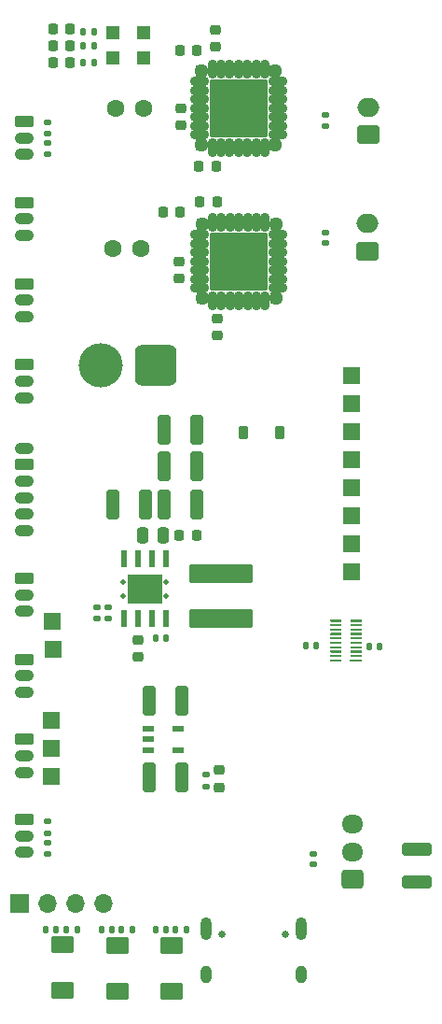
<source format=gts>
G04 #@! TF.GenerationSoftware,KiCad,Pcbnew,8.0.8*
G04 #@! TF.CreationDate,2025-02-25T21:21:12+02:00*
G04 #@! TF.ProjectId,minisumo_2025,6d696e69-7375-46d6-9f5f-323032352e6b,rev?*
G04 #@! TF.SameCoordinates,Original*
G04 #@! TF.FileFunction,Soldermask,Top*
G04 #@! TF.FilePolarity,Negative*
%FSLAX46Y46*%
G04 Gerber Fmt 4.6, Leading zero omitted, Abs format (unit mm)*
G04 Created by KiCad (PCBNEW 8.0.8) date 2025-02-25 21:21:12*
%MOMM*%
%LPD*%
G01*
G04 APERTURE LIST*
G04 Aperture macros list*
%AMRoundRect*
0 Rectangle with rounded corners*
0 $1 Rounding radius*
0 $2 $3 $4 $5 $6 $7 $8 $9 X,Y pos of 4 corners*
0 Add a 4 corners polygon primitive as box body*
4,1,4,$2,$3,$4,$5,$6,$7,$8,$9,$2,$3,0*
0 Add four circle primitives for the rounded corners*
1,1,$1+$1,$2,$3*
1,1,$1+$1,$4,$5*
1,1,$1+$1,$6,$7*
1,1,$1+$1,$8,$9*
0 Add four rect primitives between the rounded corners*
20,1,$1+$1,$2,$3,$4,$5,0*
20,1,$1+$1,$4,$5,$6,$7,0*
20,1,$1+$1,$6,$7,$8,$9,0*
20,1,$1+$1,$8,$9,$2,$3,0*%
G04 Aperture macros list end*
%ADD10C,0.000000*%
%ADD11RoundRect,0.140000X-0.140000X-0.170000X0.140000X-0.170000X0.140000X0.170000X-0.140000X0.170000X0*%
%ADD12RoundRect,0.135000X0.135000X0.185000X-0.135000X0.185000X-0.135000X-0.185000X0.135000X-0.185000X0*%
%ADD13RoundRect,0.250000X-0.325000X-1.100000X0.325000X-1.100000X0.325000X1.100000X-0.325000X1.100000X0*%
%ADD14RoundRect,0.135000X-0.185000X0.135000X-0.185000X-0.135000X0.185000X-0.135000X0.185000X0.135000X0*%
%ADD15R,1.500000X1.500000*%
%ADD16RoundRect,0.140000X0.140000X0.170000X-0.140000X0.170000X-0.140000X-0.170000X0.140000X-0.170000X0*%
%ADD17RoundRect,0.102000X0.900000X-0.675000X0.900000X0.675000X-0.900000X0.675000X-0.900000X-0.675000X0*%
%ADD18RoundRect,0.292560X-0.259440X-0.259440X0.259440X-0.259440X0.259440X0.259440X-0.259440X0.259440X0*%
%ADD19RoundRect,0.202460X-0.604540X-0.179540X0.604540X-0.179540X0.604540X0.179540X-0.604540X0.179540X0*%
%ADD20RoundRect,0.202460X-0.179540X-0.604540X0.179540X-0.604540X0.179540X0.604540X-0.179540X0.604540X0*%
%ADD21RoundRect,0.102000X-2.500000X-2.500000X2.500000X-2.500000X2.500000X2.500000X-2.500000X2.500000X0*%
%ADD22RoundRect,0.225000X-0.225000X-0.250000X0.225000X-0.250000X0.225000X0.250000X-0.225000X0.250000X0*%
%ADD23C,1.600000*%
%ADD24R,0.599999X1.549999*%
%ADD25C,0.499999*%
%ADD26RoundRect,0.225000X-0.250000X0.225000X-0.250000X-0.225000X0.250000X-0.225000X0.250000X0.225000X0*%
%ADD27RoundRect,0.760000X1.140000X1.140000X-1.140000X1.140000X-1.140000X-1.140000X1.140000X-1.140000X0*%
%ADD28C,4.000000*%
%ADD29RoundRect,0.250000X-1.100000X0.325000X-1.100000X-0.325000X1.100000X-0.325000X1.100000X0.325000X0*%
%ADD30RoundRect,0.250000X0.750000X-0.600000X0.750000X0.600000X-0.750000X0.600000X-0.750000X-0.600000X0*%
%ADD31O,2.000000X1.700000*%
%ADD32R,1.200000X1.200000*%
%ADD33RoundRect,0.140000X-0.170000X0.140000X-0.170000X-0.140000X0.170000X-0.140000X0.170000X0.140000X0*%
%ADD34RoundRect,0.225000X0.250000X-0.225000X0.250000X0.225000X-0.250000X0.225000X-0.250000X-0.225000X0*%
%ADD35R,1.000000X0.599999*%
%ADD36RoundRect,0.250000X0.325000X1.100000X-0.325000X1.100000X-0.325000X-1.100000X0.325000X-1.100000X0*%
%ADD37RoundRect,0.225000X0.225000X0.250000X-0.225000X0.250000X-0.225000X-0.250000X0.225000X-0.250000X0*%
%ADD38RoundRect,0.135000X0.185000X-0.135000X0.185000X0.135000X-0.185000X0.135000X-0.185000X-0.135000X0*%
%ADD39RoundRect,0.250000X-0.250000X-0.475000X0.250000X-0.475000X0.250000X0.475000X-0.250000X0.475000X0*%
%ADD40RoundRect,0.218750X-0.218750X-0.256250X0.218750X-0.256250X0.218750X0.256250X-0.218750X0.256250X0*%
%ADD41RoundRect,0.218750X-0.256250X0.218750X-0.256250X-0.218750X0.256250X-0.218750X0.256250X0.218750X0*%
%ADD42RoundRect,0.250000X0.725000X-0.600000X0.725000X0.600000X-0.725000X0.600000X-0.725000X-0.600000X0*%
%ADD43O,1.950000X1.700000*%
%ADD44R,1.099998X0.199898*%
%ADD45R,0.999998X0.199898*%
%ADD46R,1.700000X1.700000*%
%ADD47O,1.700000X1.700000*%
%ADD48RoundRect,0.140000X0.170000X-0.140000X0.170000X0.140000X-0.170000X0.140000X-0.170000X-0.140000X0*%
%ADD49RoundRect,0.225000X0.225000X0.375000X-0.225000X0.375000X-0.225000X-0.375000X0.225000X-0.375000X0*%
%ADD50RoundRect,0.102000X2.750000X-0.715000X2.750000X0.715000X-2.750000X0.715000X-2.750000X-0.715000X0*%
%ADD51RoundRect,0.250000X-0.615000X0.265000X-0.615000X-0.265000X0.615000X-0.265000X0.615000X0.265000X0*%
%ADD52O,1.730000X1.030000*%
%ADD53C,0.650000*%
%ADD54O,1.000000X1.600000*%
%ADD55O,1.000000X2.100000*%
G04 APERTURE END LIST*
D10*
G04 #@! TO.C,U1*
G36*
X125204999Y-102060000D02*
G01*
X122105001Y-102060000D01*
X122105001Y-99460000D01*
X125204999Y-99460000D01*
X125204999Y-102060000D01*
G37*
G04 #@! TO.C,U5*
G36*
X141529999Y-103749951D02*
G01*
X140530001Y-103749951D01*
X140530001Y-103550053D01*
X141529999Y-103550053D01*
X141529999Y-103749951D01*
G37*
G36*
X141529999Y-104149950D02*
G01*
X140530001Y-104149950D01*
X140530001Y-103950052D01*
X141529999Y-103950052D01*
X141529999Y-104149950D01*
G37*
G36*
X141529999Y-104549949D02*
G01*
X140530001Y-104549949D01*
X140530001Y-104350051D01*
X141529999Y-104350051D01*
X141529999Y-104549949D01*
G37*
G36*
X141529999Y-104949949D02*
G01*
X140530001Y-104949949D01*
X140530001Y-104750051D01*
X141529999Y-104750051D01*
X141529999Y-104949949D01*
G37*
G36*
X141529999Y-105349950D02*
G01*
X140530001Y-105349950D01*
X140530001Y-105150052D01*
X141529999Y-105150052D01*
X141529999Y-105349950D01*
G37*
G36*
X141529999Y-105749950D02*
G01*
X140530001Y-105749950D01*
X140530001Y-105550052D01*
X141529999Y-105550052D01*
X141529999Y-105749950D01*
G37*
G36*
X141529999Y-106149949D02*
G01*
X140530001Y-106149949D01*
X140530001Y-105950051D01*
X141529999Y-105950051D01*
X141529999Y-106149949D01*
G37*
G36*
X141529999Y-106549951D02*
G01*
X140530001Y-106549951D01*
X140530001Y-106350053D01*
X141529999Y-106350053D01*
X141529999Y-106549951D01*
G37*
G36*
X141529999Y-106949950D02*
G01*
X140530001Y-106949950D01*
X140530001Y-106750052D01*
X141529999Y-106750052D01*
X141529999Y-106949950D01*
G37*
G36*
X141529999Y-107349949D02*
G01*
X140530001Y-107349949D01*
X140530001Y-107150051D01*
X141529999Y-107150051D01*
X141529999Y-107349949D01*
G37*
G36*
X143330001Y-103749951D02*
G01*
X142330003Y-103749951D01*
X142330003Y-103550053D01*
X143330001Y-103550053D01*
X143330001Y-103749951D01*
G37*
G36*
X143330001Y-104149950D02*
G01*
X142330003Y-104149950D01*
X142330003Y-103950052D01*
X143330001Y-103950052D01*
X143330001Y-104149950D01*
G37*
G36*
X143330001Y-104549949D02*
G01*
X142330003Y-104549949D01*
X142330003Y-104350051D01*
X143330001Y-104350051D01*
X143330001Y-104549949D01*
G37*
G36*
X143330001Y-104949951D02*
G01*
X142330003Y-104949951D01*
X142330003Y-104750053D01*
X143330001Y-104750053D01*
X143330001Y-104949951D01*
G37*
G36*
X143330001Y-105349950D02*
G01*
X142330003Y-105349950D01*
X142330003Y-105150052D01*
X143330001Y-105150052D01*
X143330001Y-105349950D01*
G37*
G36*
X143330001Y-105749950D02*
G01*
X142330003Y-105749950D01*
X142330003Y-105550052D01*
X143330001Y-105550052D01*
X143330001Y-105749950D01*
G37*
G36*
X143330001Y-106149951D02*
G01*
X142330003Y-106149951D01*
X142330003Y-105950053D01*
X143330001Y-105950053D01*
X143330001Y-106149951D01*
G37*
G36*
X143330001Y-106549951D02*
G01*
X142330003Y-106549951D01*
X142330003Y-106350053D01*
X143330001Y-106350053D01*
X143330001Y-106549951D01*
G37*
G36*
X143330001Y-106949950D02*
G01*
X142330003Y-106949950D01*
X142330003Y-106750052D01*
X143330001Y-106750052D01*
X143330001Y-106949950D01*
G37*
G36*
X143330001Y-107349949D02*
G01*
X142330003Y-107349949D01*
X142330003Y-107150051D01*
X143330001Y-107150051D01*
X143330001Y-107349949D01*
G37*
G04 #@! TD*
D11*
G04 #@! TO.C,C7*
X124640000Y-131650000D03*
X125600000Y-131650000D03*
G04 #@! TD*
D12*
G04 #@! TO.C,R7*
X122570000Y-131650000D03*
X121550000Y-131650000D03*
G04 #@! TD*
D13*
G04 #@! TO.C,C14*
X124079999Y-117870001D03*
X127029999Y-117870001D03*
G04 #@! TD*
D14*
G04 #@! TO.C,R24*
X114830000Y-121860000D03*
X114830000Y-122880000D03*
G04 #@! TD*
D15*
G04 #@! TO.C,TP3*
X115250000Y-103700000D03*
G04 #@! TD*
D13*
G04 #@! TO.C,C10*
X125430000Y-86310000D03*
X128380000Y-86310000D03*
G04 #@! TD*
D12*
G04 #@! TO.C,R18*
X119087500Y-51550000D03*
X118067500Y-51550000D03*
G04 #@! TD*
D15*
G04 #@! TO.C,TP7*
X142400000Y-89050000D03*
G04 #@! TD*
G04 #@! TO.C,TP9*
X142400000Y-81400000D03*
G04 #@! TD*
D16*
G04 #@! TO.C,C33*
X139250000Y-105890000D03*
X138290000Y-105890000D03*
G04 #@! TD*
D17*
G04 #@! TO.C,SW1*
X126050000Y-137205000D03*
X126050000Y-133055000D03*
G04 #@! TD*
D15*
G04 #@! TO.C,TP4*
X115200000Y-117750000D03*
G04 #@! TD*
D14*
G04 #@! TO.C,R6*
X129200000Y-117627500D03*
X129200000Y-118647500D03*
G04 #@! TD*
D18*
G04 #@! TO.C,U6*
X128850000Y-67725000D03*
D19*
X128640000Y-68675000D03*
X128640000Y-69475000D03*
X128640000Y-70275000D03*
X128640000Y-71075000D03*
X128640000Y-71875000D03*
X128640000Y-72675000D03*
X128640000Y-73475000D03*
D18*
X128850000Y-74425000D03*
D20*
X129800000Y-74635000D03*
X130600000Y-74635000D03*
X131400000Y-74635000D03*
X132200000Y-74635000D03*
X133000000Y-74635000D03*
X133800000Y-74635000D03*
X134600000Y-74635000D03*
D18*
X135550000Y-74425000D03*
D19*
X135760000Y-73475000D03*
X135760000Y-72675000D03*
X135760000Y-71875000D03*
X135760000Y-71075000D03*
X135760000Y-70275000D03*
X135760000Y-69475000D03*
X135760000Y-68675000D03*
D18*
X135550000Y-67725000D03*
D20*
X134600000Y-67515000D03*
X133800000Y-67515000D03*
X133000000Y-67515000D03*
X132200000Y-67515000D03*
X131400000Y-67515000D03*
X130600000Y-67515000D03*
X129800000Y-67515000D03*
D21*
X132200000Y-71075000D03*
G04 #@! TD*
D15*
G04 #@! TO.C,TP1*
X115300000Y-106200000D03*
G04 #@! TD*
D16*
G04 #@! TO.C,C18*
X115600000Y-131600000D03*
X114640000Y-131600000D03*
G04 #@! TD*
D15*
G04 #@! TO.C,TP2*
X115200000Y-115250000D03*
G04 #@! TD*
D22*
G04 #@! TO.C,C19*
X125325000Y-66600000D03*
X126875000Y-66600000D03*
G04 #@! TD*
D12*
G04 #@! TO.C,R17*
X119097500Y-50300000D03*
X118077500Y-50300000D03*
G04 #@! TD*
D23*
G04 #@! TO.C,C22*
X123260000Y-69900000D03*
X120760000Y-69900000D03*
G04 #@! TD*
D13*
G04 #@! TO.C,C4*
X120730000Y-93110000D03*
X123680000Y-93110000D03*
G04 #@! TD*
D24*
G04 #@! TO.C,U1*
X125560000Y-98060000D03*
X124290000Y-98060000D03*
X123020000Y-98060000D03*
X121750000Y-98060000D03*
X121750000Y-103460000D03*
X123020000Y-103460000D03*
X124290000Y-103460000D03*
X125560000Y-103460000D03*
D25*
X125605001Y-100109999D03*
X124305001Y-100109999D03*
X123004999Y-100109999D03*
X121704999Y-100109999D03*
X125605001Y-101410001D03*
X124305001Y-101410001D03*
X123004999Y-101410001D03*
X121704999Y-101410001D03*
G04 #@! TD*
D12*
G04 #@! TO.C,R25*
X119097500Y-53050000D03*
X118077500Y-53050000D03*
G04 #@! TD*
D26*
G04 #@! TO.C,C21*
X126775000Y-71100000D03*
X126775000Y-72650000D03*
G04 #@! TD*
D22*
G04 #@! TO.C,C11*
X126805000Y-95935000D03*
X128355000Y-95935000D03*
G04 #@! TD*
D11*
G04 #@! TO.C,C29*
X144980000Y-106000000D03*
X144020000Y-106000000D03*
G04 #@! TD*
D15*
G04 #@! TO.C,TP11*
X142450000Y-99250000D03*
G04 #@! TD*
D17*
G04 #@! TO.C,SW5*
X121150000Y-137200000D03*
X121150000Y-133050000D03*
G04 #@! TD*
D15*
G04 #@! TO.C,TP12*
X142450000Y-91600000D03*
G04 #@! TD*
G04 #@! TO.C,TP8*
X142400000Y-83950000D03*
G04 #@! TD*
G04 #@! TO.C,TP6*
X142400000Y-86500000D03*
G04 #@! TD*
D27*
G04 #@! TO.C,J6*
X124640000Y-80530000D03*
D28*
X119640000Y-80530000D03*
G04 #@! TD*
D29*
G04 #@! TO.C,C17*
X148370000Y-124380000D03*
X148370000Y-127330000D03*
G04 #@! TD*
D15*
G04 #@! TO.C,TP10*
X142450000Y-96700000D03*
G04 #@! TD*
D30*
G04 #@! TO.C,J4*
X143835000Y-70175000D03*
D31*
X143835000Y-67675000D03*
G04 #@! TD*
D32*
G04 #@! TO.C,D4*
X123550000Y-50400000D03*
X120750000Y-50400000D03*
G04 #@! TD*
D33*
G04 #@! TO.C,C16*
X138970000Y-124780000D03*
X138970000Y-125740000D03*
G04 #@! TD*
D15*
G04 #@! TO.C,*
X115200000Y-112700000D03*
G04 #@! TD*
D18*
G04 #@! TO.C,U7*
X128825000Y-53855000D03*
D19*
X128615000Y-54805000D03*
X128615000Y-55605000D03*
X128615000Y-56405000D03*
X128615000Y-57205000D03*
X128615000Y-58005000D03*
X128615000Y-58805000D03*
X128615000Y-59605000D03*
D18*
X128825000Y-60555000D03*
D20*
X129775000Y-60765000D03*
X130575000Y-60765000D03*
X131375000Y-60765000D03*
X132175000Y-60765000D03*
X132975000Y-60765000D03*
X133775000Y-60765000D03*
X134575000Y-60765000D03*
D18*
X135525000Y-60555000D03*
D19*
X135735000Y-59605000D03*
X135735000Y-58805000D03*
X135735000Y-58005000D03*
X135735000Y-57205000D03*
X135735000Y-56405000D03*
X135735000Y-55605000D03*
X135735000Y-54805000D03*
D18*
X135525000Y-53855000D03*
D20*
X134575000Y-53645000D03*
X133775000Y-53645000D03*
X132975000Y-53645000D03*
X132175000Y-53645000D03*
X131375000Y-53645000D03*
X130575000Y-53645000D03*
X129775000Y-53645000D03*
D21*
X132175000Y-57205000D03*
G04 #@! TD*
D14*
G04 #@! TO.C,R5*
X120355000Y-102435000D03*
X120355000Y-103455000D03*
G04 #@! TD*
D26*
G04 #@! TO.C,C21*
X130215000Y-76285000D03*
X130215000Y-77835000D03*
G04 #@! TD*
D34*
G04 #@! TO.C,C21*
X130060000Y-51650000D03*
X130060000Y-50100000D03*
G04 #@! TD*
D35*
G04 #@! TO.C,U4*
X123954998Y-113450000D03*
X123954998Y-114400001D03*
X123954998Y-115349999D03*
X126704998Y-115349999D03*
X126704998Y-113450000D03*
G04 #@! TD*
D36*
G04 #@! TO.C,C15*
X126999999Y-110920001D03*
X124049999Y-110920001D03*
G04 #@! TD*
D22*
G04 #@! TO.C,C20*
X126850000Y-52000000D03*
X128400000Y-52000000D03*
G04 #@! TD*
D37*
G04 #@! TO.C,C23*
X130200000Y-65700000D03*
X128650000Y-65700000D03*
G04 #@! TD*
D14*
G04 #@! TO.C,R21*
X114800000Y-60380000D03*
X114800000Y-61400000D03*
G04 #@! TD*
D38*
G04 #@! TO.C,R4*
X119280000Y-103455000D03*
X119280000Y-102435000D03*
G04 #@! TD*
D39*
G04 #@! TO.C,C5*
X123455000Y-95935000D03*
X125355000Y-95935000D03*
G04 #@! TD*
D15*
G04 #@! TO.C,TP13*
X142450000Y-94150000D03*
G04 #@! TD*
D12*
G04 #@! TO.C,R1*
X127480000Y-131650000D03*
X126460000Y-131650000D03*
G04 #@! TD*
D40*
G04 #@! TO.C,D7*
X115312500Y-50050000D03*
X116887500Y-50050000D03*
G04 #@! TD*
D13*
G04 #@! TO.C,C8*
X125430000Y-89685000D03*
X128380000Y-89685000D03*
G04 #@! TD*
D41*
G04 #@! TO.C,D2*
X130450000Y-117175000D03*
X130450000Y-118750000D03*
G04 #@! TD*
D16*
G04 #@! TO.C,C3*
X125585001Y-105210001D03*
X124625001Y-105210001D03*
G04 #@! TD*
D23*
G04 #@! TO.C,C24*
X123520000Y-57215000D03*
X121020000Y-57215000D03*
G04 #@! TD*
D26*
G04 #@! TO.C,C21*
X126900000Y-57200000D03*
X126900000Y-58750000D03*
G04 #@! TD*
D17*
G04 #@! TO.C,SW2*
X116150000Y-137175000D03*
X116150000Y-133025000D03*
G04 #@! TD*
D32*
G04 #@! TO.C,D6*
X123550000Y-52650000D03*
X120750000Y-52650000D03*
G04 #@! TD*
D42*
G04 #@! TO.C,J2*
X142555000Y-127090000D03*
D43*
X142555000Y-124590000D03*
X142555000Y-122090000D03*
G04 #@! TD*
D14*
G04 #@! TO.C,R23*
X114830000Y-123760000D03*
X114830000Y-124780000D03*
G04 #@! TD*
D44*
G04 #@! TO.C,U5*
X142780002Y-107250000D03*
D45*
X142830002Y-106850001D03*
X142830002Y-106450002D03*
X142830002Y-106050002D03*
X142830002Y-105650001D03*
X142830002Y-105250001D03*
X142830002Y-104850002D03*
X142830002Y-104450000D03*
X142830002Y-104050001D03*
X142830002Y-103650002D03*
X141030000Y-103650002D03*
X141030000Y-104050001D03*
X141030000Y-104450000D03*
X141030000Y-104850000D03*
X141030000Y-105250001D03*
X141030000Y-105650001D03*
X141030000Y-106050000D03*
X141030000Y-106450002D03*
X141030000Y-106850001D03*
X141030000Y-107250000D03*
G04 #@! TD*
D15*
G04 #@! TO.C,TP5*
X115200000Y-112700000D03*
G04 #@! TD*
D37*
G04 #@! TO.C,C21*
X130120000Y-62470000D03*
X128570000Y-62470000D03*
G04 #@! TD*
D26*
G04 #@! TO.C,C13*
X123005001Y-105410001D03*
X123005001Y-106960001D03*
G04 #@! TD*
D13*
G04 #@! TO.C,C9*
X125442812Y-93129793D03*
X128392812Y-93129793D03*
G04 #@! TD*
D11*
G04 #@! TO.C,C12*
X119740000Y-131650000D03*
X120700000Y-131650000D03*
G04 #@! TD*
D40*
G04 #@! TO.C,D9*
X115300000Y-53050000D03*
X116875000Y-53050000D03*
G04 #@! TD*
D46*
G04 #@! TO.C,J3*
X112320000Y-129300000D03*
D47*
X114860000Y-129300000D03*
X117400000Y-129300000D03*
X119940000Y-129300000D03*
G04 #@! TD*
D48*
G04 #@! TO.C,C26*
X140055000Y-58790000D03*
X140055000Y-57830000D03*
G04 #@! TD*
D40*
G04 #@! TO.C,D8*
X115312500Y-51550000D03*
X116887500Y-51550000D03*
G04 #@! TD*
D48*
G04 #@! TO.C,C25*
X140060000Y-69405000D03*
X140060000Y-68445000D03*
G04 #@! TD*
D49*
G04 #@! TO.C,D1*
X135887500Y-86560000D03*
X132587500Y-86560000D03*
G04 #@! TD*
D12*
G04 #@! TO.C,R8*
X117520000Y-131600000D03*
X116500000Y-131600000D03*
G04 #@! TD*
D50*
G04 #@! TO.C,L1*
X130555000Y-103460000D03*
X130555000Y-99420000D03*
G04 #@! TD*
D14*
G04 #@! TO.C,R22*
X114800000Y-58480000D03*
X114800000Y-59500000D03*
G04 #@! TD*
D30*
G04 #@! TO.C,J5*
X143930000Y-59630000D03*
D31*
X143930000Y-57130000D03*
G04 #@! TD*
D51*
G04 #@! TO.C,J10*
X112750000Y-65750000D03*
D52*
X112750000Y-67250000D03*
X112750000Y-68750000D03*
G04 #@! TD*
G04 #@! TO.C,J8*
X112700000Y-88000000D03*
D51*
X112700000Y-89500000D03*
D52*
X112700000Y-91000000D03*
X112700000Y-92500000D03*
X112700000Y-94000000D03*
X112700000Y-95500000D03*
G04 #@! TD*
D53*
G04 #@! TO.C,J1*
X136440000Y-132055000D03*
X130660000Y-132055000D03*
D54*
X137870000Y-135735000D03*
D55*
X137870000Y-131555000D03*
D54*
X129230000Y-135735000D03*
D55*
X129230000Y-131555000D03*
G04 #@! TD*
D51*
G04 #@! TO.C,J11*
X112750000Y-73100000D03*
D52*
X112750000Y-74600000D03*
X112750000Y-76100000D03*
G04 #@! TD*
D51*
G04 #@! TO.C,J15*
X112750000Y-121650000D03*
D52*
X112750000Y-123150000D03*
X112750000Y-124650000D03*
G04 #@! TD*
D51*
G04 #@! TO.C,J12*
X112750000Y-80450000D03*
D52*
X112750000Y-81950000D03*
X112750000Y-83450000D03*
G04 #@! TD*
D51*
G04 #@! TO.C,J13*
X112750000Y-114400000D03*
D52*
X112750000Y-115900000D03*
X112750000Y-117400000D03*
G04 #@! TD*
D51*
G04 #@! TO.C,J14*
X112750000Y-107150000D03*
D52*
X112750000Y-108650000D03*
X112750000Y-110150000D03*
G04 #@! TD*
D51*
G04 #@! TO.C,J16*
X112750000Y-99800000D03*
D52*
X112750000Y-101300000D03*
X112750000Y-102800000D03*
G04 #@! TD*
D51*
G04 #@! TO.C,J9*
X112750000Y-58400000D03*
D52*
X112750000Y-59900000D03*
X112750000Y-61400000D03*
G04 #@! TD*
M02*

</source>
